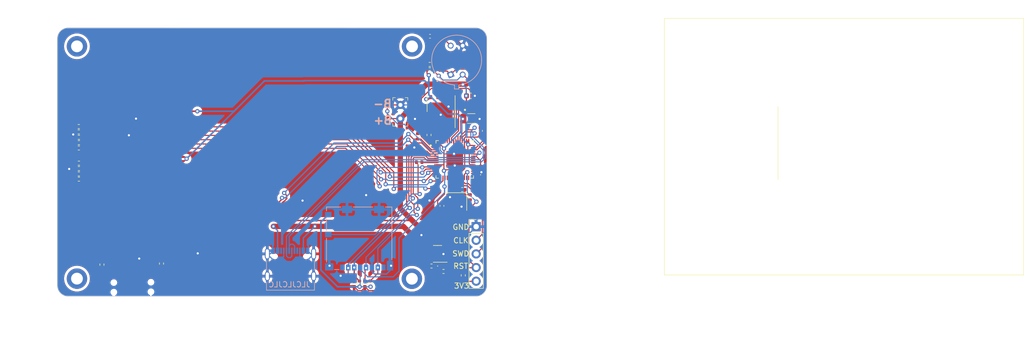
<source format=kicad_pcb>
(kicad_pcb (version 20221018) (generator pcbnew)
  (layers (0 "F.Cu" signal) (31 "B.Cu" signal) (34 "B.Paste" user) (35 "F.Paste" user) (36 "B.SilkS" user "B.Silkscreen") (37 "F.SilkS" user "F.Silkscreen") (38 "B.Mask" user) (39 "F.Mask" user) (44 "Edge.Cuts" user))
  (net 0 "")
  (net 1 "CAM_SDA")
  (net 2 "CAM_SCL")
  (net 3 "Net-(U2-VREG_VOUT)")
  (net 4 "Net-(D1-K)")
  (net 5 "SD_CSN")
  (net 6 "SD_CLK")
  (net 7 "LCD_RSTN")
  (net 8 "LCD_D{slash}C")
  (net 9 "Net-(D1-A)")
  (net 10 "Net-(D2-A)")
  (net 15 "Net-(J3-DET_B)")
  (net 19 "LCD_CSN")
  (net 21 "+5V")
  (net 22 "+3.3VA")
  (net 23 "Net-(C4-Pad1)")
  (net 24 "Net-(J4-Pin_5)")
  (net 25 "Net-(J4-Pin_6)")
  (net 26 "/XIN")
  (net 27 "/XOUT")
  (net 28 "/SWCLK")
  (net 29 "/SWD")
  (net 30 "/RUN")
  (net 31 "Net-(J4-Pin_7)")
  (net 32 "/USB_DP")
  (net 33 "/USB_DN")
  (net 34 "Net-(J4-Pin_8)")
  (net 35 "Net-(U4-PROG)")
  (net 39 "+BATT")
  (net 40 "-BATT")
  (net 41 "/DAC_0")
  (net 42 "/IO_1")
  (net 43 "/IO_2")
  (net 44 "SD_DI")
  (net 45 "SD_DO")
  (net 48 "Net-(R3-Pad2)")
  (net 49 "Net-(R7-Pad2)")
  (net 50 "/POWER_EN")
  (net 51 "QSPI_SS")
  (net 52 "QSPI_SD1")
  (net 53 "QSPI_SD2")
  (net 54 "QSPI_SD0")
  (net 55 "QSPI_SCLK")
  (net 56 "QSPI_SD3")
  (net 61 "TF_DETECT")
  (net 62 "LCD_SCK")
  (net 65 "LCD_DO")
  (net 66 "LCD_DI")
  (footprint "Resistor_SMD:R_0402_1005Metric" (layer "F.Cu") (at 91.335 94.375 180)
    (fp_text reference "R22" hide)
    (fp_text value "50k")
  )
  (footprint "Package_TO_SOT_SMD:TSOT-23-5" (layer "F.Cu") (at 158.18 118.09 180)
    (fp_text reference "U4" hide)
    (fp_text value "LTC4054ES5-4.2")
  )
  (footprint "Library:YD-3410" (layer "F.Cu") (at 97.75 124.3 90)
    (fp_text reference "SW2" hide)
    (fp_text value "SW_Push")
  )
  (footprint "Library:FPC 01x18 0.4mm" (layer "F.Cu") (at 110 107.225 180)
    (fp_text reference "J4" hide)
    (fp_text value "Conn_01x18")
  )
  (footprint "Resistor_SMD:R_0402_1005Metric" (layer "F.Cu") (at 106.75 119.9 -90)
    (fp_text reference "R3" hide)
    (fp_text value "1k")
  )
  (footprint "Package_SON:WSON-8-1EP_6x5mm_P1.27mm_EP3.4x4.3mm" (layer "F.Cu") (at 158.84 91.6 90)
    (fp_text reference "U1" hide)
    (fp_text value "W25Q32JVZP")
  )
  (footprint "Resistor_SMD:R_0402_1005Metric" (layer "F.Cu") (at 95.65 120.1 -90)
    (fp_text reference "R7" hide)
    (fp_text value "1k")
  )
  (footprint "MountingHole:MountingHole_2.2mm_M2_DIN965_Pad" (layer "F.Cu") (at 91 122.71)
    (fp_text reference "REF**" hide)
    (fp_text value "MountingHole_2.2mm_M2_DIN965_Pad")
  )
  (footprint "Resistor_SMD:R_0402_1005Metric" (layer "F.Cu") (at 91.335 95.375 180)
    (fp_text reference "R21" hide)
    (fp_text value "50k")
  )
  (footprint "Capacitor_SMD:C_0402_1005Metric" (layer "F.Cu") (at 164.25 107.55 -90)
    (fp_text reference "C4" hide)
    (fp_text value "7pf")
  )
  (footprint "Capacitor_SMD:C_0402_1005Metric_Pad0.74x0.62mm_HandSolder" (layer "F.Cu") (at 166.175 95.175 90)
    (fp_text reference "C6" hide)
    (fp_text value "100nF")
  )
  (footprint "Resistor_SMD:R_0402_1005Metric" (layer "F.Cu") (at 142.65 123.665 -90)
    (fp_text reference "R25" hide)
    (fp_text value "50k")
  )
  (footprint "Resistor_SMD:R_0402_1005Metric" (layer "F.Cu") (at 145.625 123.65 -90)
    (fp_text reference "R24" hide)
    (fp_text value "50k")
  )
  (footprint "Resistor_SMD:R_0402_1005Metric" (layer "F.Cu") (at 91.36 104.175)
    (fp_text reference "R15" hide)
    (fp_text value "1k")
  )
  (footprint "Resistor_SMD:R_0402_1005Metric" (layer "F.Cu") (at 154.75 101.025)
    (fp_text reference "R4" hide)
    (fp_text value "10k")
  )
  (footprint "digikey-footprints:PinHeader_1x2_P2.54mm" (layer "F.Cu") (at 151.24 92.89 90)
    (fp_text reference "BT1" hide)
    (fp_text value "Battery_Cell")
  )
  (footprint "Resistor_SMD:R_0402_1005Metric" (layer "F.Cu") (at 157.05 120.36)
    (fp_text reference "R8" hide)
    (fp_text value "2k 1%")
  )
  (footprint "Resistor_SMD:R_0402_1005Metric" (layer "F.Cu") (at 91.35 98.375 180)
    (fp_text reference "R19" hide)
    (fp_text value "50k")
  )
  (footprint "LED_SMD:LED_0402_1005Metric" (layer "F.Cu") (at 166.2 102.275 90)
    (fp_text reference "D2" hide)
    (fp_text value "LED")
  )
  (footprint "Resistor_SMD:R_0402_1005Metric" (layer "F.Cu") (at 148.8 90.05 -90)
    (fp_text reference "R6" hide)
    (fp_text value "1k")
  )
  (footprint "Capacitor_SMD:C_1206_3216Metric" (layer "F.Cu") (at 164.47 92.89 180)
    (fp_text reference "C2" hide)
    (fp_text value "100uf")
  )
  (footprint "Resistor_SMD:R_0402_1005Metric" (layer "F.Cu") (at 154.475 96.2 90)
    (fp_text reference "R10" hide)
    (fp_text value "1k")
  )
  (footprint "Resistor_SMD:R_0402_1005Metric" (layer "F.Cu") (at 148.825 93.1 -90)
    (fp_text reference "R5" hide)
    (fp_text value "1k")
  )
  (footprint "LED_SMD:LED_0402_1005Metric" (layer "F.Cu") (at 159.29 120.36)
    (fp_text reference "D1" hide)
    (fp_text value "LED")
  )
  (footprint "Crystal:Crystal_SMD_3225-4Pin_3.2x2.5mm" (layer "F.Cu") (at 161.62 108.35 180)
    (fp_text reference "Y1" hide)
    (fp_text value "Crystal_GND24")
  )
  (footprint "MountingHole:MountingHole_2.2mm_M2_DIN965_Pad" (layer "F.Cu") (at 153.43 79.44)
    (fp_text reference "REF**" hide)
    (fp_text value "MountingHole_2.2mm_M2_DIN965_Pad")
  )
  (footprint "Resistor_SMD:R_0402_1005Metric" (layer "F.Cu") (at 91.36 101.2)
    (fp_text reference "R12" hide)
    (fp_text value "1k")
  )
  (footprint "MountingHole:MountingHole_2.2mm_M2_DIN965_Pad" (layer "F.Cu") (at 91 79.43)
    (fp_text reference "REF**" hide)
    (fp_text value "MountingHole_2.2mm_M2_DIN965_Pad")
  )
  (footprint "Resistor_SMD:R_0402_1005Metric" (layer "F.Cu") (at 143.625 123.665 -90)
    (fp_text reference "R23" hide)
    (fp_text value "50k")
  )
  (footprint "Resistor_SMD:R_0402_1005Metric" (layer "F.Cu") (at 144.625 123.665 -90)
    (fp_text reference "R26" hide)
    (fp_text value "50k")
  )
  (footprint "Capacitor_SMD:C_0402_1005Metric" (layer "F.Cu") (at 159 109.15 90)
    (fp_text reference "C3" hide)
    (fp_text value "7pf")
  )
  (footprint "Resistor_SMD:R_0402_1005Metric" (layer "F.Cu") (at 91.35 103.2)
    (fp_text reference "R14" hide)
    (fp_text value "1k")
  )
  (footprint "Connector_PinHeader_2.54mm:PinHeader_1x05_P2.54mm_Vertical" (layer "F.Cu") (at 165.375 113.025)
    (fp_text reference "J1" hide)
    (fp_text value "Conn_01x05")
  )
  (footprint "Library:MIC5524-3.3YMT-T5" (layer "F.Cu") (at 164.46 90.63)
    (fp_text reference "U3")
    (fp_text value "MIC5524-3.3YMT-T5")
  )
  (footprint "Resistor_SMD:R_0402_1005Metric" (layer "F.Cu") (at 156.725 82.8 180)
    (fp_text reference "R17" hide)
    (fp_text value "50k")
  )
  (footprint "Resistor_SMD:R_0402_1005Metric" (layer "F.Cu") (at 162.775 106.125 180)
    (fp_text reference "R1" hide)
    (fp_text value "1k")
  )
  (footprint "Resistor_SMD:R_0402_1005Metric" (layer "F.Cu") (at 159.29 121.37)
    (fp_text reference "R9" hide)
    (fp_text value "1k")
  )
  (footprint "MountingHole:MountingHole_2.2mm_M2_DIN965_Pad" (layer "F.Cu") (at 153.4 122.73)
    (fp_text reference "REF**" hide)
    (fp_text value "MountingHole_2.2mm_M2_DIN965_Pad")
  )
  (footprint "Resistor_SMD:R_0402_1005Metric" (layer "F.Cu") (at 162.97 122.1 -90)
    (fp_text reference "R2" hide)
    (fp_text value "1k")
  )
  (footprint "Library:RP2040-QFN56" (layer "F.Cu") (at 161.3 100.54)
    (fp_text reference "U2")
    (fp_text value "RP2040")
  )
  (footprint "Resistor_SMD:R_0402_1005Metric" (layer "F.Cu") (at 91.36 97.375 180)
    (fp_text reference "R18" hide)
    (fp_text value "50k")
  )
  (footprint "Resistor_SMD:R_0402_1005Metric" (layer "F.Cu") (at 156.725 83.8 180)
    (fp_text reference "R16" hide)
    (fp_text value "50k")
  )
  (footprint "Resistor_SMD:R_0402_1005Metric" (layer "F.Cu") (at 91.36 102.2)
    (fp_text reference "R13" hide)
    (fp_text value "1k")
  )
  (footprint "Resistor_SMD:R_0402_1005Metric" (layer "F.Cu") (at 91.36 96.375 180)
    (fp_text reference "R20" hide)
    (fp_text value "50k")
  )
  (footprint "Resistor_SMD:R_0402_1005Metric" (layer "F.Cu") (at 156.59 95.94 90)
    (fp_text reference "R11" hide)
    (fp_text value "NC")
  )
  (footprint "Library:YD-3410" (layer "F.Cu") (at 104.9 124.3 -90)
    (fp_text reference "SW1" hide)
    (fp_text value "SW_Push")
  )
  (footprint "Capacitor_SMD:C_0402_1005Metric" (layer "F.Cu") (at 156.775 77.55)
    (fp_text reference "C5" hide)
    (fp_text value "7pf")
  )
  (footprint "Capacitor_SMD:C_0603_1608Metric" (layer "F.Cu") (at 164.35 88.65 180)
    (fp_text reference "C1" hide)
    (fp_text value "22uf")
  )
  (footprint "Connector_Card:microSD_HC_Molex_104031-0811" (layer "B.Cu") (at 143.56 115.19)
    (fp_text reference "J3" hide)
    (fp_text value "Micro_SD_Card_Det")
  )
  (footprint "Connector_USB:USB_C_Receptacle_Palconn_UTC16-G" (layer "B.Cu") (at 130.78 120.02 180)
    (fp_text reference "J2" hide)
    (fp_text value "USB_INTER_CONNECT_HOST")
  )
  (footprint "Library:TO292P930H600-4" (layer "B.Cu") (at 161.74 82 22.5)
    (fp_text reference "A1" hide)
    (fp_text value "MLX90640ESF-BAA-000-TU")
  )
  (gr_rect (start 200.45 74.225) (end 267.4 122.025) (stroke (width 0.1)) (fill none) (layer "F.SilkS"))
  (gr_line (start 221.61 90.665) (end 221.61 104.265) (stroke (width 0.1)) (layer "F.SilkS"))
  (gr_arc (start 165.365 75.997107) (mid 166.779214 76.582893) (end 167.365 77.997107) (stroke (width 0.1)) (layer "Edge.Cuts"))
  (gr_line (start 89.355 125.992893) (end 165.355 125.992893) (stroke (width 0.1)) (layer "Edge.Cuts"))
  (gr_line (start 89.355001 75.982894) (end 165.365 75.997107) (stroke (width 0.1)) (layer "Edge.Cuts"))
  (gr_arc (start 89.355 125.992893) (mid 87.951351 125.417689) (end 87.355 124.022893) (stroke (width 0.1)) (layer "Edge.Cuts"))
  (gr_arc (start 167.355 123.992893) (mid 166.769214 125.407107) (end 165.355 125.992893) (stroke (width 0.1)) (layer "Edge.Cuts"))
  (gr_line (start 167.365 77.997107) (end 167.355 123.992893) (stroke (width 0.1)) (layer "Edge.Cuts"))
  (gr_arc (start 87.355001 77.982894) (mid 87.940787 76.56868) (end 89.355001 75.982894) (stroke (width 0.1)) (layer "Edge.Cuts"))
  (gr_line (start 87.355001 77.982894) (end 87.355 124.022893) (stroke (width 0.1)) (layer "Edge.Cuts"))
  (gr_text "B-" (at 147.925 90.15) (layer "B.SilkS") (effects (font (size 1.5 1.5) (thickness 0.3)) (justify mirror)))
  (gr_text "JLCJLCJLC" (at 130.575 123.8) (layer "B.SilkS") (effects (font (size 1 1)) (justify mirror)))
  (gr_text "B+" (at 147.975 93.225) (layer "B.SilkS") (effects (font (size 1.5 1.5) (thickness 0.3)) (justify mirror)))
  (gr_text "RST" (at 162.5 120.375) (layer "F.SilkS") (effects (font (size 1 1))))
  (gr_text "GND\n" (at 162.525 113.1) (layer "F.SilkS") (effects (font (size 1 1))))
  (gr_text "SWD" (at 162.5 118.05) (layer "F.SilkS") (effects (font (size 1 1))))
  (gr_text "3V3" (at 162.65 124.05) (layer "F.SilkS") (effects (font (size 1 1))))
  (gr_text "CLK" (at 162.525 115.6) (layer "F.SilkS") (effects (font (size 1 1))))
  (segment (start 167.22 97.018435) (end 167.22 87.47) (width 0.2) (layer "F.Cu") (net 1))
  (segment (start 165.539435 98.699) (end 167.22 97.018435) (width 0.2) (layer "F.Cu") (net 1))
  (segment (start 157.235 82.8) (end 158.49975 84.06475) (width 0.2) (layer "F.Cu") (net 1))
  (segment (start 159.989589 84.06475) (end 160.622565 84.697726) (width 0.2) (layer "F.Cu") (net 1))
  (segment (start 163.425 83.675) (end 161.645291 83.675) (width 0.2) (layer "F.Cu") (net 1))
  (segment (start 158.49975 84.06475) (end 159.989589 84.06475) (width 0.2) (layer "F.Cu") (net 1))
  (segment (start 167.22 87.47) (end 163.425 83.675) (width 0.2) (layer "F.Cu") (net 1))
  (segment (start 164.821 98.699) (end 165.539435 98.699) (width 0.2) (layer "F.Cu") (net 1))
  (segment (start 161.645291 83.675) (end 160.622565 84.697726) (width 0.2) (layer "F.Cu") (net 1))
  (segment (start 163.15137 84.92) (end 166.82 88.58863) (width 0.2) (layer "F.Cu") (net 2))
  (segment (start 157.235 83.8) (end 158.4 84.925) (width 0.2) (layer "F.Cu") (net 2))
  (segment (start 166.82 96.852749) (end 165.373749 98.299) (width 0.2) (layer "F.Cu") (net 2))
  (segment (start 166.82 88.58863) (end 166.82 96.852749) (width 0.2) (layer "F.Cu") (net 2))
  (segment (start 165.373749 98.299) (end 164.821 98.299) (width 0.2) (layer "F.Cu") (net 2))
  (via (at 158.4 84.925) (size 0.8) (drill 0.4) (layers "F.Cu" "B.Cu") (net 2))
  (segment (start 161.838828 85.716336) (end 159.191336 85.716336) (width 0.2) (layer "B.Cu") (net 2))
  (segment (start 162.857436 84.697728) (end 161.838828 85.716336) (width 0.2) (layer "B.Cu") (net 2))
  (segment (start 159.191336 85.716336) (end 158.4 84.925) (width 0.2) (layer "B.Cu") (net 2))
  (segment (start 165.6235 96.344) (end 166.225 95.7425) (width 0.2) (layer "F.Cu") (net 3))
  (segment (start 163.236 102.2015) (end 162.6625 102.775) (width 0.2) (layer "F.Cu") (net 3))
  (segment (start 163.186 98.164) (end 162.701 98.649) (width 0.2) (layer "F.Cu") (net 3))
  (segment (start 162.6625 102.775) (end 162.275 102.775) (width 0.2) (layer "F.Cu") (net 3))
  (segment (start 163.373452 96.344) (end 165.6235 96.344) (width 0.2) (layer "F.Cu") (net 3))
  (segment (start 161.674 98.649) (end 161.186 98.161) (width 0.2) (layer "F.Cu") (net 3))
  (segment (start 162.275 102.775) (end 161.986 103.064) (width 0.2) (layer "F.Cu") (net 3))
  (segment (start 161.186 98.161) (end 161.186 97.064) (width 0.2) (layer "F.Cu") (net 3))
  (segment (start 162.701 98.649) (end 161.674 98.649) (width 0.2) (layer "F.Cu") (net 3))
  (segment (start 163.186 97.064) (end 163.186 96.531452) (width 0.2) (layer "F.Cu") (net 3))
  (segment (start 163.236 98.114) (end 163.236 102.2015) (width 0.2) (layer "F.Cu") (net 3))
  (segment (start 163.186 97.064) (end 163.186 98.164) (width 0.2) (layer "F.Cu") (net 3))
  (segment (start 161.986 103.064) (end 161.986 103.934) (width 0.2) (layer "F.Cu") (net 3))
  (segment (start 163.186 96.531452) (end 163.373452 96.344) (width 0.2) (layer "F.Cu") (net 3))
  (segment (start 158.805 119.5525) (end 158.805 120.36) (width 0.25) (layer "F.Cu") (net 4))
  (segment (start 159.3175 119.04) (end 158.805 119.5525) (width 0.25) (layer "F.Cu") (net 4))
  (segment (start 153.25 107.425) (end 153.575 107.75) (width 0.2) (layer "F.Cu") (net 5))
  (segment (start 142.65 123.155) (end 141.525 122.03) (width 0.2) (layer "F.Cu") (net 5))
  (segment (start 157.951 100.299) (end 156.395574 100.299) (width 0.2) (layer "F.Cu") (net 5))
  (segment (start 155.871573 99.775) (end 153.606372 99.775) (width 0.2) (layer "F.Cu") (net 5))
  (segment (start 153.25 100.131372) (end 153.25 107.425) (width 0.2) (layer "F.Cu") (net 5))
  (segment (start 156.395574 100.299) (end 155.871573 99.775) (width 0.2) (layer "F.Cu") (net 5))
  (segment (start 153.606372 99.775) (end 153.25 100.131372) (width 0.2) (layer "F.Cu") (net 5))
  (segment (start 141.525 122.03) (end 141.525 120.725) (width 0.2) (layer "F.Cu") (net 5))
  (via (at 141.525 120.725) (size 0.8) (drill 0.4) (layers "F.Cu" "B.Cu") (net 5))
  (via (at 153.575 107.75) (size 0.8) (drill 0.4) (layers "F.Cu" "B.Cu") (net 5))
  (segment (start 153.575 107.984314) (end 153.575 107.75) (width 0.2) (layer "B.Cu") (net 5))
  (segment (start 141.525 120.725) (end 141.525 120.034314) (width 0.2) (layer "B.Cu") (net 5))
  (segment (start 141.525 120.034314) (end 153.575 107.984314) (width 0.2) (layer "B.Cu") (net 5))
  (segment (start 156.229889 100.699) (end 157.951 100.699) (width 0.2) (layer "F.Cu") (net 6))
  (segment (start 153.65 106.83505) (end 153.65 100.297058) (width 0.2) (layer "F.Cu") (net 6))
  (segment (start 153.65 100.297058) (end 153.772058 100.175) (width 0.2) (layer "F.Cu") (net 6))
  (segment (start 144.675 120.9) (end 144.85 120.725) (width 0.2) (layer "F.Cu") (net 6))
  (segment (start 154.4995 109.698595) (end 154.4995 107.68455) (width 0.2) (layer "F.Cu") (net 6))
  (segment (start 155.705888 100.175) (end 156.229889 100.699) (width 0.2) (layer "F.Cu") (net 6))
  (segment (start 153.772058 100.175) (end 155.705888 100.175) (width 0.2) (layer "F.Cu") (net 6))
  (segment (start 154.4995 107.68455) (end 153.65 106.83505) (width 0.2) (layer "F.Cu") (net 6))
  (segment (start 144.675 123.105) (end 144.675 120.9) (width 0.2) (layer "F.Cu") (net 6))
  (via (at 144.85 120.725) (size 0.8) (drill 0.4) (layers "F.Cu" "B.Cu") (net 6))
  (via (at 154.4995 109.698595) (size 0.8) (drill 0.4) (layers "F.Cu" "B.Cu") (net 6))
  (segment (start 144.855 118.72) (end 144.855 120.64) (width 0.2) (layer "B.Cu") (net 6))
  (segment (start 153.876405 109.698595) (end 144.855 118.72) (width 0.2) (layer "B.Cu") (net 6))
  (segment (start 154.4995 109.698595) (end 153.876405 109.698595) (width 0.2) (layer "B.Cu") (net 6))
  (segment (start 157.728048 105.9245) (end 159.186 104.466548) (width 0.2) (layer "F.Cu") (net 7))
  (segment (start 150.025 102.825) (end 141.625 94.425) (width 0.2) (layer "F.Cu") (net 7))
  (segment (start 141.625 94.425) (end 110 94.425) (width 0.2) (layer "F.Cu") (net 7))
  (segment (start 150.025 106) (end 150.025 102.825) (width 0.2) (layer "F.Cu") (net 7))
  (segment (start 110 94.425) (end 91.895 94.425) (width 0.2) (layer "F.Cu") (net 7))
  (segment (start 159.186 104.466548) (end 159.186 103.934) (width 0.2) (layer "F.Cu") (net 7))
  (segment (start 155.9245 105.9245) (end 157.728048 105.9245) (width 0.2) (layer "F.Cu") (net 7))
  (via (at 155.9245 105.9245) (size 0.8) (drill 0.4) (layers "F.Cu" "B.Cu") (net 7))
  (via (at 150.025 106) (size 0.8) (drill 0.4) (layers "F.Cu" "B.Cu") (net 7))
  (segment (start 150.4 105.625) (end 155.625 105.625) (width 0.2) (layer "B.Cu") (net 7))
  (segment (start 155.625 105.625) (end 155.9245 105.9245) (width 0.2) (layer "B.Cu") (net 7))
  (segment (start 150.025 106) (end 150.4 105.625) (width 0.2) (layer "B.Cu") (net 7))
  (segment (start 148.525 102.85) (end 148.525 105.1) (width 0.2) (layer "F.Cu") (net 8))
  (segment (start 110 96.025) (end 141.7 96.025) (width 0.2) (layer "F.Cu") (net 8))
  (segment (start 156.879511 104.529511) (end 158.190489 104.529511) (width 0.2) (layer "F.Cu") (net 8))
  (segment (start 141.7 96.025) (end 148.525 102.85) (width 0.2) (layer "F.Cu") (net 8))
  (segment (start 158.190489 104.529511) (end 158.786 103.934) (width 0.2) (layer "F.Cu") (net 8))
  (via (at 156.879511 104.529511) (size 0.8) (drill 0.4) (layers "F.Cu" "B.Cu") (net 8))
  (via (at 148.513713 105.117985) (size 0.8) (drill 0.4) (layers "F.Cu" "B.Cu") (net 8))
  (segment (start 156.184022 105.225) (end 156.879511 104.529511) (width 0.2) (layer "B.Cu") (net 8))
  (segment (start 148.683935 105.117985) (end 148.79095 105.225) (width 0.2) (layer "B.Cu") (net 8))
  (segment (start 148.79095 105.225) (end 156.184022 105.225) (width 0.2) (layer "B.Cu") (net 8))
  (segment (start 148.513713 105.117985) (end 148.683935 105.117985) (width 0.2) (layer "B.Cu") (net 8))
  (segment (start 159.775 120.36) (end 159.775 121.345) (width 0.25) (layer "F.Cu") (net 9))
  (segment (start 165.361749 99.899) (end 166.2 100.737251) (width 0.2) (layer "F.Cu") (net 10))
  (segment (start 165.361749 99.899) (end 164.821 99.899) (width 0.2) (layer "F.Cu") (net 10))
  (segment (start 166.2 100.737251) (end 166.2 101.79) (width 0.2) (layer "F.Cu") (net 10))
  (segment (start 154.55 101.385) (end 154.24 101.075) (width 0.2) (layer "F.Cu") (net 15))
  (segment (start 154.55 106.65) (end 154.55 101.385) (width 0.2) (layer "F.Cu") (net 15))
  (segment (start 154.85 106.95) (end 154.55 106.65) (width 0.2) (layer "F.Cu") (net 15))
  (via (at 154.85 106.95) (size 0.8) (drill 0.4) (layers "F.Cu" "B.Cu") (net 15))
  (segment (start 153.38505 106.95) (end 152.875 107.46005) (width 0.2) (layer "B.Cu") (net 15))
  (segment (start 146.503628 114.49) (end 137.82 114.49) (width 0.2) (layer "B.Cu") (net 15))
  (segment (start 152.875 108.118628) (end 146.503628 114.49) (width 0.2) (layer "B.Cu") (net 15))
  (segment (start 154.85 106.95) (end 153.38505 106.95) (width 0.2) (layer "B.Cu") (net 15))
  (segment (start 152.875 107.46005) (end 152.875 108.118628) (width 0.2) (layer "B.Cu") (net 15))
  (segment (start 92.32 96.825) (end 91.87 96.375) (width 0.2) (layer "F.Cu") (net 19))
  (segment (start 155.623597 102.688968) (end 155.633162 102.688968) (width 0.2) (layer "F.Cu") (net 19))
  (segment (start 156.02313 102.299) (end 157.951 102.299) (width 0.2) (layer "F.Cu") (net 19))
  (segment (start 110 96.825) (end 92.32 96.825) (width 0.2) (layer "F.Cu") (net 19))
  (segment (start 110 96.825) (end 141.575 96.825) (width 0.2) (layer "F.Cu") (net 19))
  (segment (start 141.575 96.825) (end 147.625 102.875) (width 0.2) (layer "F.Cu") (net 19))
  (segment (start 155.324274 102.988291) (end 155.623597 102.688968) (width 0.2) (layer "F.Cu") (net 19))
  (segment (start 155.633162 102.688968) (end 156.02313 102.299) (width 0.2) (layer "F.Cu") (net 19))
  (via (at 155.324274 102.988291) (size 0.8) (drill 0.4) (layers "F.Cu" "B.Cu") (net 19))
  (via (at 147.593741 102.907985) (size 0.8) (drill 0.4) (layers "F.Cu" "B.Cu") (net 19))
  (segment (start 147.674047 102.988291) (end 155.324274 102.988291) (width 0.2) (layer "B.Cu") (net 19))
  (segment (start 147.593741 102.907985) (end 147.674047 102.988291) (width 0.2) (layer "B.Cu") (net 19))
  (segment (start 158.155 118.2525) (end 157.0425 117.14) (width 0.25) (layer "F.Cu") (net 21))
  (segment (start 127.6 112.975) (end 135.325 112.975) (width 1) (layer "F.Cu") (net 21))
  (segment (start 158.78 121.37) (end 158.155 120.745) (width 0.25) (layer "F.Cu") (net 21))
  (segment (start 135.325 112.975) (end 151.8 112.975) (width 1) (layer "F.Cu") (net 21))
  (segment (start 158.155 120.745) (end 158.155 118.2525) (width 0.25) (layer "F.Cu") (net 21))
  (segment (start 151.8 112.975) (end 155.965 117.14) (width 1) (layer "F.Cu") (net 21))
  (segment (start 155.965 117.14) (end 157.0425 117.14) (width 1) (layer "F.Cu") (net 21))
  (via (at 127.6 112.975) (size 0.8) (drill 0.4) (layers "F.Cu" "B.Cu") (net 21))
  (via (at 135.325 112.975) (size 0.8) (drill 0.4) (layers "F.Cu" "B.Cu") (net 21))
  (segment (start 133.18 115.12) (end 135.325 112.975) (width 0.25) (layer "B.Cu") (net 21))
  (segment (start 128.38 113.755) (end 128.38 117.51) (width 0.25) (layer "B.Cu") (net 21))
  (segment (start 133.18 117.51) (end 133.18 115.12) (width 0.25) (layer "B.Cu") (net 21))
  (segment (start 127.6 112.975) (end 128.38 113.755) (width 0.25) (layer "B.Cu") (net 21))
  (segment (start 162.3 114.4) (end 158.2 110.3) (width 0.2) (layer "F.Cu") (net 22))
  (segment (start 159.375 101.499) (end 157.951 101.499) (width 0.2) (layer "F.Cu") (net 22))
  (segment (start 89.525 94.525) (end 88.85 95.2) (width 0.2) (layer "F.Cu") (net 22))
  (segment (start 156.56 89.275) (end 156.935 88.9) (width 0.2) (layer "F.Cu") (net 22))
  (segment (start 159.375 101.95) (end 159.375 101.075) (width 0.2) (layer "F.Cu") (net 22))
  (segment (start 88.85 96.3) (end 88.85 97.25) (width 0.2) (layer "F.Cu") (net 22))
  (segment (start 88.85 113.2) (end 88.85 96.3) (width 0.2) (layer "F.Cu") (net 22))
  (segment (start 162.495 95.352056) (end 161.986 95.861057) (width 0.2) (layer "F.Cu") (net 22))
  (segment (start 156.295 77.55) (end 156.295 83.72) (width 0.2) (layer "F.Cu") (net 22))
  (segment (start 159.375 102.613532) (end 159.375 101.95) (width 0.2) (layer "F.Cu") (net 22))
  (segment (start 163.8855 97.726088) (end 163.8855 97.1605) (width 0.2) (layer "F.Cu") (net 22))
  (segment (start 161.586 102.661) (end 161.35 102.425) (width 0.2) (layer "F.Cu") (net 22))
  (segment (start 156.215 83.8) (end 156.215 84.465) (width 0.2) (layer "F.Cu") (net 22))
  (segment (start 159.470292 78.15) (end 160.622564 79.302272) (width 0.2) (layer "F.Cu") (net 22))
  (segment (start 164.101 99.426) (end 163.825 99.15) (width 0.2) (layer "F.Cu") (net 22))
  (segment (start 163.825 99.15) (end 163.825 97.925) (width 0.2) (layer "F.Cu") (net 22))
  (segment (start 113.425 91.525) (end 92.525 91.525) (width 0.3) (layer "F.Cu") (net 22))
  (segment (start 156.905 78.16) (end 157.577254 78.16) (width 0.2) (layer "F.Cu") (net 22))
  (segment (start 163.876 99.099) (end 163.825 99.15) (width 0.2) (layer "F.Cu") (net 22))
  (segment (start 161.986 95.861057) (end 161.986 97.064) (width 0.2) (layer "F.Cu") (net 22))
  (segment (start 156.215 84.465) (end 156.55 84.8) (width 0.2) (layer "F.Cu") (net 22))
  (segment (start 90.84 98.375) (end 90.84 97.385) (width 0.2) (layer "F.Cu") (net 22))
  (segment (start 164.821 97.899) (end 163.851 97.899) (width 0.2) (layer "F.Cu") (net 22))
  (segment (start 162.97 122.61) (end 162.3 121.94) (width 0.2) (layer "F.Cu") (net 22))
  (segment (start 89.975 98.375) (end 88.85 97.25) (width 0.2) (layer "F.Cu") (net 22))
  (segment (start 157.587254 78.15) (end 159.470292 78.15) (width 0.2) (layer "F.Cu") (net 22))
  (segment (start 163.586 97.064) (end 163.789 97.064) (width 0.2) (layer "F.Cu") (net 22))
  (segment (start 89.675 94.375) (end 89.525 94.525) (width 0.2) (layer "F.Cu") (net 22))
  (segment (start 88.85 95.2) (end 88.85 96.3) (width 0.2) (layer "F.Cu") (net 22))
  (segment (start 162.495 93.355) (end 162.495 95.352056) (width 0.2) (layer "F.Cu") (net 22))
  (segment (start 164.821 99.099) (end 163.876 99.099) (width 0.2) (layer "F.Cu") (net 22))
  (segment (start 162.995 92.89) (end 162.995 91.943) (width 0.3) (layer "F.Cu") (net 22))
  (segment (start 90.825 94.375) (end 89.675 94.375) (width 0.2) (layer "F.Cu") (net 22))
  (segment (start 161.586 97.064) (end 161.986 97.064) (width 0.2) (layer "F.Cu") (net 22))
  (segment (start 156.075 89.275) (end 156.56 89.275) (width 0.2) (layer "F.Cu") (net 22))
  (segment (start 159.475 106.95) (end 159.475 105.55) (width 0.2) (layer "F.Cu") (net 22))
  (segment (start 111.075 100.025) (end 111.425 100.375) (width 0.2) (layer "F.Cu") (net 22))
  (segment (start 158.2 110.3) (end 158.2 108.225) (width 0.2) (layer "F.Cu") (net 22))
  (segment (start 157.951 97.899) (end 158.899 97.899) (width 0.2) (layer "F.Cu") (net 22))
  (segment (start 159.375 98.375) (end 159.375 98.5) (width 0.2) (layer "F.Cu") (net 22))
  (segment (start 161.35 102.425) (end 159.575 102.425) (width 0.2) (layer "F.Cu") (net 22))
  (segment (start 163.575 123.215) (end 162.97 122.61) (width 0.2) (layer "F.Cu") (net 22))
  (segment (start 95.65 119.59) (end 95.24 119.59) (width 0.2) (layer "F.Cu") (net 22))
  (segment (start 163.851 97.899) (end 163.825 97.925) (width 0.2) (layer "F.Cu") (net 22))
  (segment (start 159.375 102.225) (end 159.375 101.95) (width 0.2) (layer "F.Cu") (net 22))
  (segment (start 163.825 97.925) (end 163.825 97.1) (width 0.2) (layer "F.Cu") (net 22))
  (segment (start 156.215 82.8) (end 156.215 83.8) (width 0.2) (layer "F.Cu") (net 22))
  (segment (start 159.375 101.075) (end 159.375 101.499) (width 0.2) (layer "F.Cu") (net 22))
  (segment (start 164.280251 101.499) (end 164.101 101.319749) (width 0.2) (layer "F.Cu") (net 22))
  (segment (start 165.55 123.215) (end 163.575 123.215) (width 0.2) (layer "F.Cu") (net 22))
  (segment (start 163.8855 97.1605) (end 163.825 97.1) (width 0.2) (layer "F.Cu") (net 22))
  (segment (start 162.995 91.943) (end 163.953307 90.984693) (width 0.3) (layer "F.Cu") (net 22))
  (segment (start 164.821 101.499) (end 164.280251 101.499) (width 0.2) (layer "F.Cu") (net 22))
  (segment (start 162.9 92.95) (end 162.495 93.355) (width 0.2) (layer "F.Cu") (net 22))
  (segment (start 95.24 119.59) (end 88.85 113.2) (width 0.2) (layer "F.Cu") (net 22))
  (segment (start 90.84 98.375) (end 89.975 98.375) (width 0.2) (layer "F.Cu") (net 22))
  (segment (start 163.825 97.1) (end 163.789 97.064) (width 0.2) (layer "F.Cu") (net 22))
  (segment (start 159.575 102.425) (end 159.375 102.225) (width 0.2) (layer "F.Cu") (net 22))
  (segment (start 156.295 77.55) (end 156.905 78.16) (width 0.2) (layer "F.Cu") (net 22))
  (segment (start 110 100.025) (end 111.075 100.025) (width 0.2) (layer "F.Cu") (net 22))
  (segment (start 158.899 97.899) (end 159.375 98.375) (width 0.2) (layer "F.Cu") (net 22))
  (segment (start 158.2 108.225) (end 159.475 106.95) (width 0.2) (layer "F.Cu") (net 22))
  (segment (start 162.3 121.94) (end 162.3 114.4) (width 0.2) (layer "F.Cu") (net 22))
  (segment (start 161.586 103.934) (end 161.586 102.661) (width 0.2) (layer "F.Cu") (net 22))
  (segment (start 110.975 100.825) (end 111.425 100.375) (width 0.2) (layer "F.Cu") (net 22))
  (segment (start 157.577254 78.16) (end 157.587254 78.15) (width 0.2) (layer "F.Cu") (net 22))
  (segment (start 163.789 97.064) (end 163.986 97.064) (width 0.2) (layer "F.Cu") (net 22))
  (segment (start 92.525 91.525) (end 89.525 94.525) (width 0.3) (layer "F.Cu") (net 22))
  (segment (start 164.101 101.319749) (end 164.101 99.426) (width 0.2) (layer "F.Cu") (net 22))
  (segment (start 159.375 98.5) (end 159.375 101.075) (width 0.2) (layer "F.Cu") (net 22))
  (segment (start 110 100.825) (end 110.975 100.825) (width 0.2) (layer "F.Cu") (net 22))
  (via (at 163.8855 97.726088) (size 0.8) (drill 0.4) (layers "F.Cu" "B.Cu") (net 22))
  (via (at 113.425 91.525) (size 0.8) (drill 0.4) (layers "F.Cu" "B.Cu") (net 22))
  (via (at 159.375 102.613532) (size 0.8) (drill 0.4) (layers "F.Cu" "B.Cu") (net 22))
  (via (at 145.7 124.225) (size 0.8) (drill 0.4) (layers "F.Cu" "B.Cu") (net 22))
  (via (at 156.55 84.8) (size 0.8) (drill 0.4) (layers "F.Cu" "B.Cu") (net 22))
  (via (at 111.425 100.375) (size 0.8) (drill 0.4) (layers "F.Cu" "B.Cu") (net 22))
  (via (at 162.9 92.95) (size 0.8) (drill 0.4) (layers "F.Cu" "B.Cu") (net 22))
  (via (at 159.475 105.55) (size 0.8) (drill 0.4) (layers "F.Cu" "B.Cu") (net 22))
  (via (at 156.075 89.275) (size 0.8) (drill 0.4) (layers "F.Cu" "B.Cu") (net 22))
  (via (at 143.65 124.225) (size 0.8) (drill 0.4) (layers "F.Cu" "B.Cu") (net 22))
  (via (at 159.375 98.5) (size 0.8) (drill 0.4) (layers "F.Cu" "B.Cu") (net 22))
  (segment (start 161.9875 92.0375) (end 162.9 92.95) (width 0.3) (layer "B.Cu") (net 22))
  (segment (start 113.425 91.525) (end 120.275 91.525) (width 0.3) (layer "B.Cu") (net 22))
  (segment (start 159.5 106.65) (end 159.5 102.738532) (width 0.2) (layer "B.Cu") (net 22))
  (segment (start 162.675 94.375) (end 162.675 96.515588) (width 0.3) (layer "B.Cu") (net 22))
  (segment (start 149.925 122.375) (end 151 121.3) (width 0.2) (layer "B.Cu") (net 22))
  (segment (start 120.775 91.025) (end 111.425 100.375) (width 0.3) (layer "B.Cu") (net 22))
  (segment (start 156.325 89.275) (end 156.85 88.75) (width 0.2) (layer "B.Cu") (net 22))
  (segment (start 159.5 102.738532) (end 159.375 102.613532) (width 0.2) (layer "B.Cu") (net 22))
  (segment (start 162.675 92.725) (end 162.675 94.375) (width 0.3) (layer "B.Cu") (net 22))
  (segment (start 125.925 85.875) (end 133.25 85.875) (width 0.3) (layer "B.Cu") (net 22))
  (segment (start 136.45 112.16) (end 136.45 121.12) (width 0.3) (layer "B.Cu") (net 22))
  (segment (start 156.55 86.575) (end 156.55 84.8) (width 0.3) (layer "B.Cu") (net 22))
  (segment (start 145.175 122.375) (end 149.925 122.375) (width 0.2) (layer "B.Cu") (net 22))
  (segment (start 143.755 120.64) (end 143.755 124.12) (width 0.2) (layer "B.Cu") (net 22))
  (segment (start 145.7 124.225) (end 143.65 124.225) (width 0.2) (layer "B.Cu") (net 22))
  (segment (start 151 121.3) (end 151 115.15) (width 0.2) (layer "B.Cu") (net 22))
  (segment (start 120.775 91.025) (end 125.925 85.875) (width 0.3) (layer "B.Cu") (net 22))
  (segment (start 133.3 85.825) (end 155.775 85.825) (width 0.3) (layer "B.Cu") (net 22))
  (segment (start 160.1375 92.0375) (end 161.9875 92.0375) (width 0.3) (layer "B.Cu") (net 22))
  (segment (start 162.675 96.515588) (end 163.8855 97.726088) (width 0.3) (layer "B.Cu") (net 22))
  (segment (start 155.775 85.825) (end 156.5375 86.5875) (width 0.3) (layer "B.Cu") (net 22))
  (segment (start 143.755 124.12) (end 143.65 124.225) (width 0.2) (layer "B.Cu") (net 22))
  (segment (start 156.85 88.75) (end 160.1375 92.0375) (width 0.3) (layer "B.Cu") (net 22))
  (segment (start 120.275 91.525) (end 120.775 91.025) (width 0.3) (layer "B.Cu") (net 22))
  (segment (start 156.5375 88.4375) (end 156.85 88.75) (width 0.3) (layer "B.Cu") (net 22))
  (segment (start 133.25 85.875) (end 133.3 85.825) (width 0.3) (layer "B.Cu") (net 22))
  (segment (start 162.675 95.2) (end 159.375 98.5) (width 0.3) (layer "B.Cu") (net 22))
  (segment (start 143.755 120.955) (end 145.175 122.375) (width 0.2) (layer "B.Cu") (net 22))
  (segment (start 137.82 110.79) (end 136.45 112.16) (width 0.3) (layer "B.Cu") (net 22))
  (segment (start 151 115.15) (end 159.5 106.65) (width 0.2) (layer "B.Cu") (net 22))
  (segment (start 139.555 124.225) (end 143.65 124.225) (width 0.3) (layer "B.Cu") (net 22))
  (segment (start 156.075 89.275) (end 156.325 89.275) (width 0.2) (layer "B.Cu") (net 22))
  (segment (start 136.45 121.12) (end 139.555 124.225) (width 0.3) (layer "B.Cu") (net 22))
  (segment (start 156.5375 86.5875) (end 156.55 86.575) (width 0.3) (layer "B.Cu") (net 22))
  (segment (start 162.675 94.375) (end 162.675 95.2) (width 0.3) (layer "B.Cu") (net 22))
  (segment (start 161.9875 92.0375) (end 162.675 92.725) (width 0.3) (layer "B.Cu") (net 22))
  (segment (start 156.5375 86.5875) (end 156.5375 88.4375) (width 0.3) (layer "B.Cu") (net 22))
  (segment (start 163.285 106.935) (end 162.72 107.5) (width 0.2) (layer "F.Cu") (net 23))
  (segment (start 163.285 106.125) (end 163.285 106.935) (width 0.2) (layer "F.Cu") (net 23))
  (segment (start 164.25 107.07) (end 163.15 107.07) (width 0.2) (layer "F.Cu") (net 23))
  (segment (start 92.02 104.025) (end 110 104.025) (width 0.2) (layer "F.Cu") (net 24))
  (segment (start 110 103.225) (end 91.885 103.225) (width 0.2) (layer "F.Cu") (net 25))
  (segment (start 161.65 106.725) (end 161.65 108.25) (width 0.2) (layer "F.Cu") (net 26))
  (segment (start 160.786 103.934) (end 160.786 105.861) (width 0.2) (layer "F.Cu") (net 26))
  (segment (start 161.65 108.25) (end 160.7 109.2) (width 0.2) (layer "F.Cu") (net 26))
  (segment (start 159 109.63) (end 160.09 109.63) (width 0.2) (layer "F.Cu") (net 26))
  (segment (start 160.786 105.861) (end 161.65 106.725) (width 0.2) (layer "F.Cu") (net 26))
  (segment (start 161.186 103.934) (end 161.186 105.046) (width 0.2) (layer "F.Cu") (net 27))
  (segment (start 161.186 105.046) (end 162.265 106.125) (width 0.2) (layer "F.Cu") (net 27))
  (segment (start 166.525 114.415) (end 166.525 108.175) (width 0.2) (layer "F.Cu") (net 28))
  (segment (start 163.75 105.4) (end 163.153766 105.4) (width 0.2) (layer "F.Cu") (net 28))
  (segment (start 165.375 115.565) (end 166.525 114.415) (width 0.2) (layer "F.Cu") (net 28))
  (segment (start 163.153766 105.4) (end 162.386 104.632233) (width 0.2) (layer "F.Cu") (net 28))
  (segment (start 166.525 108.175) (end 163.75 105.4) (width 0.2) (layer "F.Cu") (net 28))
  (segment (start 162.386 104.632233) (end 162.386 103.934) (width 0.2) (layer "F.Cu") (net 28))
  (segment (start 163.319452 105) (end 163.915686 105) (width 0.2) (layer "F.Cu") (net 29))
  (segment (start 163.915686 105) (end 166.925 108.009315) (width 0.2) (layer "F.Cu") (net 29))
  (segment (start 166.925 116.555) (end 165.375 118.105) (width 0.2) (layer "F.Cu") (net 29))
  (segment (start 162.786 104.466548) (end 163.319452 105) (width 0.2) (layer "F.Cu") (net 29))
  (segment (start 162.786 103.934) (end 162.786 104.466548) (width 0.2) (layer "F.Cu") (net 29))
  (segment (start 166.925 108.009315) (end 166.925 116.555) (width 0.2) (layer "F.Cu") (net 29))
  (segment (start 164.05 119.32) (end 164.05 109.75) (width 0.2) (layer "F.Cu") (net 30))
  (segment (start 163.525 102.95) (end 163.65 102.95) (width 0.2) (layer "F.Cu") (net 30))
  (segment (start 163.186 103.934) (end 163.186 103.289) (width 0.2) (layer "F.Cu") (net 30))
  (segment (start 163.186 103.289) (end 163.525 102.95) (width 0.2) (layer "F.Cu") (net 30))
  (segment (start 164.05 109.75) (end 165.425 108.375) (width 0.2) (layer "F.Cu") (net 30))
  (segment (start 163.885 120.675) (end 162.97 121.59) (width 0.2) (layer "F.Cu") (net 30))
  (segment (start 163.65 102.95) (end 163.725 102.875) (width 0.2) (layer "F.Cu") (net 30))
  (segment (start 165.375 120.645) (end 164.05 119.32) (width 0.2) (layer "F.Cu") (net 30))
  (segment (start 165.55 120.675) (end 163.885 120.675) (width 0.2) (layer "F.Cu") (net 30))
  (via (at 165.425 108.375) (size 0.8) (drill 0.4) (layers "F.Cu" "B.Cu") (net 30))
  (via (at 163.725 102.875) (size 0.8) (drill 0.4) (layers "F.Cu" "B.Cu") (net 30))
  (segment (start 163.725 106.675) (end 165.425 108.375) (width 0.2) (layer "B.Cu") (net 30))
  (segment (start 163.725 102.875) (end 163.725 106.675) (width 0.2) (layer "B.Cu") (net 30))
  (segment (start 91.87 102.2) (end 92.095 102.425) (width 0.2) (layer "F.Cu") (net 31))
  (segment (start 92.095 102.425) (end 110 102.425) (width 0.2) (layer "F.Cu") (net 31))
  (segment (start 162.386 96.200081) (end 162.386 97.064) (width 0.2) (layer "F.Cu") (net 32))
  (segment (start 164.7 94.975) (end 163.611081 94.975) (width 0.2) (layer "F.Cu") (net 32))
  (segment (start 165.075 94.6) (end 164.7 94.975) (width 0.2) (layer "F.Cu") (net 32))
  (segment (start 163.611081 94.975) (end 162.386 96.200081) (width 0.2) (layer "F.Cu") (net 32))
  (via (at 165.075 94.6) (size 0.8) (drill 0.4) (layers "F.Cu" "B.Cu") (net 32))
  (segment (start 130.03 117.51) (end 130.03 118.48) (width 0.2) (layer "B.Cu") (net 32))
  (segment (start 130.75 118.8) (end 131.03 118.52) (width 0.2) (layer "B.Cu") (net 32))
  (segment (start 164.375 96.440686) (end 164.375 95.3) (width 0.2) (layer "B.Cu") (net 32))
  (segment (start 166.686697 100.06635) (end 166.686697 98.752383) (width 0.2) (layer "B.Cu") (net 32))
  (segment (start 130.03 118.48) (end 130.35 118.8) (width 0.2) (layer "B.Cu") (net 32))
  (segment (start 166.203047 100.55) (end 166.686697 100.06635) (width 0.2) (layer "B.Cu") (net 32))
  (segment (start 166.686697 98.752383) (end 164.375 96.440686) (width 0.2) (layer "B.Cu") (net 32))
  (segment (start 130.35 118.8) (end 130.75 118.8) (width 0.2) (layer "B.Cu") (net 32))
  (segment (start 130.03 117.51) (end 130.03 114.795) (width 0.2) (layer "B.Cu") (net 32))
  (segment (start 131.03 118.52) (end 131.03 117.51) (width 0.2) (layer "B.Cu") (net 32))
  (segment (start 164.375 95.3) (end 165.075 94.6) (width 0.2) (layer "B.Cu") (net 32))
  (segment (start 144.275 100.55) (end 166.203047 100.55) (width 0.2) (layer "B.Cu") (net 32))
  (segment (start 130.03 114.795) (end 144.275 100.55) (width 0.2) (layer "B.Cu") (net 32))
  (segment (start 164.985185 95.6445) (end 164.715685 95.375) (width 0.2) (layer "F.Cu") (net 33))
  (segment (start 163.776766 95.375) (end 162.786 96.365766) (width 0.2) (layer "F.Cu") (net 33))
  (segment (start 165.075 95.6445) (end 164.985185 95.6445) (width 0.2) (layer "F.Cu") (net 33))
  (segment (start 162.786 96.365766) (end 162.786 97.064) (width 0.2) (layer "F.Cu") (net 33))
  (segment (start 164.715685 95.375) (end 163.776766 95.375) (width 0.2) (layer "F.Cu") (net 33))
  (via (at 165.075 95.6445) (size 0.8) (drill 0.4) (layers "F.Cu" "B.Cu") (net 33))
  (segment (start 164.775 95.9445) (end 165.075 95.6445) (width 0.2) (layer "B.Cu") (net 33))
  (segment (start 130.83 116.295) (end 130.55 116.575) (width 0.2) (layer "B.Cu") (net 33))
  (segment (start 131.23 116.295) (end 130.83 116.295) (width 0.2) (layer "B.Cu") (net 33))
  (segment (start 167.086697 98.586697) (end 164.775 96.275) (width 0.2) (layer "B.Cu") (net 33))
  (segment (start 131.55 117.585) (end 131.55 116.615) (width 0.2) (layer "B.Cu") (net 33))
  (segment (start 130.55 114.840686) (end 144.440686 100.95) (width 0.2) (layer "B.Cu") (net 33))
  (segment (start 130.55 116.51) (end 130.55 114.840686) (width 0.2) (layer "B.Cu") (net 33))
  (segment (start 164.775 96.275) (end 164.775 95.9445) (width 0.2) (layer "B.Cu") (net 33))
  (segment (start 144.440686 100.95) (end 166.368733 100.95) (width 0.2) (layer "B.Cu") (net 33))
  (segment (start 166.368733 100.95) (end 167.086697 100.232035) (width 0.2) (layer "B.Cu") (net 33))
  (segment (start 167.086697 100.232035) (end 167.086697 98.586697) (width 0.2) (layer "B.Cu") (net 33))
  (segment (start 130.55 116.575) (end 130.55 117.585) (width 0.2) (layer "B.Cu") (net 33))
  (segment (start 131.55 116.615) (end 131.23 116.295) (width 0.2) (layer "B.Cu") (net 33))
  (segment (start 110 101.625) (end 92.295 101.625) (width 0.2) (layer "F.Cu") (net 34))
  (segment (start 92.295 101.625) (end 91.87 101.2) (width 0.2) (layer "F.Cu") (net 34))
  (segment (start 157.0425 119.8575) (end 156.54 120.36) (width 0.25) (layer "F.Cu") (net 35))
  (segment (start 157.0425 119.04) (end 157.0425 119.8575) (width 0.25) (layer "F.Cu") (net 35))
  (segment (start 149.545 92.89) (end 151.24 92.89) (width 0.2) (layer "F.Cu") (net 39))
  (segment (start 163.525 88.65) (end 163.575 89.897) (width 0.25) (layer "F.Cu") (net 39))
  (segment (start 126.6 111.875) (end 153.465 111.875) (width 0.25) (layer "F.Cu") (net 39))
  (segment (start 106.75 119.39) (end 119.085 119.39) (width 0.25) (layer "F.Cu") (net 39))
  (segment (start 163.575 89.897) (end 163.970985 90.292985) (width 0.25) (layer "F.Cu") (net 39))
  (segment (start 151.24 92.89) (end 154.025 90.105) (width 1) (layer "F.Cu") (net 39))
  (segment (start 148.825 93.61) (end 149.545 92.89) (width 0.2) (layer "F.Cu") (net 39))
  (segment (start 155.37 112.79) (end 159.34 116.76) (width 1) (layer "F.Cu") (net 39))
  (segment (start 151.24 109.65) (end 154.38 112.79) (width 1) (layer "F.Cu") (net 39))
  (segment (start 163.575 88.65) (end 163.525 88.65) (width 0.25) (layer "F.Cu") (net 39))
  (segment (start 154.025 88.625) (end 156.175 86.475) (width 1) (layer "F.Cu") (net 39))
  (segment (start 119.085 119.39) (end 126.6 111.875) (width 0.25) (layer "F.Cu") (net 39))
  (segment (start 154.025 90.105) (end 154.025 88.625) (width 1) (layer "F.Cu") (net 39))
  (segment (start 154.38 112.79) (end 155.37 112.79) (width 1) (layer "F.Cu") (net 39))
  (segment (start 151.24 92.89) (end 151.24 109.65) (width 1) (layer "F.Cu") (net 39))
  (segment (start 163.525 86.475) (end 156.175 86.475) (width 1) (layer "F.Cu") (net 39))
  (via (at 162.9 86.55) (size 0.8) (drill 0.4) (layers "F.Cu" "B.Cu") (net 39))
  (via (at 163.525 88.65) (size 0.8) (drill 0.4) (layers "F.Cu" "B.Cu") (net 39))
  (segment (start 163.525 88.65) (end 163.525 87.175) (width 0.25) (layer "B.Cu") (net 39))
  (segment (start 163.525 87.175) (end 162.9 86.55) (width 0.25) (layer "B.Cu") (net 39))
  (segment (start 147.35 124.925) (end 149.525 122.75) (width 0.2) (layer "F.Cu") (net 40))
  (segment (start 161.1 77.55) (end 161.925 78.375) (width 0.2) (layer "F.Cu") (net 40))
  (segment (start 159.37 108.3) (end 159.72 108.3) (width 0.2) (layer "F.Cu") (net 40))
  (segment (start 166.225 94.6075) (end 166.225 93.17) (width 0.2) (layer "F.Cu") (net 40))
  (segment (start 92.825 99.225) (end 90.85 101.2) (width 0.2) (layer "F.Cu") (net 40))
  (segment (start 90.85 96.375) (end 90.85 95.85) (width 0.2) (layer "F.Cu") (net 40))
  (segment (start 165.945 92.017) (end 164.883 90.955) (width 0.3) (layer "F.Cu") (net 40))
  (segment (start 160.745 94.3) (end 160.745 93.505) (width 0.2) (layer "F.Cu") (net 40))
  (segment (start 160.745 93.505) (end 158.775 92.175) (width 0.2) (layer "F.Cu") (net 40))
  (segment (start 149.525 122.75) (end 149.525 120.3) (width 0.2) (layer "F.Cu") (net 40))
  (segment (start 142.65 124.21495) (end 143.36005 124.925) (width 0.2) (layer "F.Cu") (net 40))
  (segment (start 155.65 94.35) (end 158.4 91.6) (width 0.25) (layer "F.Cu") (net 40))
  (segment (start 159 108.67) (end 159.37 108.3) (width 0.2) (layer "F.Cu") (net 40))
  (segment (start 161.930161 78.375) (end 162.857435 79.302274) (width 0.2) (layer "F.Cu") (net 40))
  (segment (start 155.38 121.005) (end 154.45 120.075) (width 0.25) (layer "F.Cu") (net 40))
  (segment (start 157.56 122.36) (end 158.275 123.075) (width 0.25) (layer "F.Cu") (net 40))
  (segment (start 154.45 120.075) (end 149.775 120.075) (width 0.25) (layer "F.Cu") (net 40))
  (segment (start 156.59 96.400538) (end 155.65 95.460538) (width 0.25) (layer "F.Cu") (net 40))
  (segment (start 110 99.225) (end 92.825 99.225) (width 0.2) (layer "F.Cu") (net 40))
  (segment (start 157.56 120.36) (end 156.915 121.005) (width 0.25) (layer "F.Cu") (net 40))
  (segment (start 149.61 90.35) (end 151.26 90.35) (width 0.2) (layer "F.Cu") (net 40))
  (segment (start 90.85 95.85) (end 90.85 95.4) (width 0.2) (layer "F.Cu") (net 40))
  (segment (start 158.275 123.075) (end 160.65 123.075) (width 0.25) (layer "F.Cu") (net 40))
  (segment (start 90.85 102.2) (end 89.625 102.2) (width 0.2) (layer "F.Cu") (net 40))
  (segment (start 165.945 92.89) (end 165.945 92.017) (width 0.3) (layer "F.Cu") (net 40))
  (segment (start 164.433 90.63) (end 165.945 92.142) (width 0.2) (layer "F.Cu") (net 40))
  (segment (start 90.3 95.85) (end 90.15 95.85) (width 0.2) (layer "F.Cu") (net 40))
  (segment (start 144.05 124.925) (end 144.625 124.35) (width 0.2) (layer "F.Cu") (net 40))
  (segment (start 144.625 124.35) (end 144.625 124.175) (width 0.2) (layer "F.Cu") (net 40))
  (segment (start 157.56 120.36) (end 157.56 122.36) (width 0.25) (layer "F.Cu") (net 40))
  (segment (start 160.465 118.09) (end 159.3175 118.09) (width 0.25) (layer "F.Cu") (net 40))
  (segment (start 161.325 122.4) (end 161.325 118.95) (width 0.25) (layer "F.Cu") (net 40))
  (segment (start 148.8 89.54) (end 149.61 90.35) (width 0.2) (layer "F.Cu") (net 40))
  (segment (start 149.775 120.075) (end 149.525 120.3) (width 0.25) (layer "F.Cu") (net 40))
  (segment (start 156.915 121.005) (end 155.38 121.005) (width 0.25) (layer "F.Cu") (net 40))
  (segment (start 157.255 77.55) (end 161.1 77.55) (width 0.2) (layer "F.Cu") (net 40))
  (segment (start 163.08 109.2) (end 164.25 108.03) (width 0.2) (layer "F.Cu") (net 40))
  (segment (start 102.725 93.625) (end 102 92.9) (width 0.2) (layer "F.Cu") (net 40))
  (segment (start 159.72 108.3) (end 160.52 107.5) (width 0.2) (layer "F.Cu") (net 40))
  (segment (start 143.36005 124.925) (end 144.05 124.925) (width 0.2) (layer "F.Cu") (net 40))
  (segment (start 160.65 123.075) (end 161.325 122.4) (width 0.25) (layer "F.Cu") (net 40))
  (segment (start 160.386 103.934) (end 160.386 107.366) (width 0.2) (layer "F.Cu") (net 40))
  (segment (start 144.625 124.175) (end 145.375 124.925) (width 0.2) (layer "F.Cu") (net 40))
  (segment (start 90.85 95.85) (end 90.3 95.85) (width 0.2) (layer "F.Cu") (net 40))
  (segment (start 161.325 118.95) (end 160.465 118.09) (width 0.25) (layer "F.Cu") (net 40))
  (segment (start 145.375 124.925) (end 147.35 124.925) (width 0.2) (layer "F.Cu") (net 40))
  (segment (start 89.625 102.2) (end 89.55 102.275) (width 0.2) (layer "F.Cu") (net 40))
  (segment (start 110 93.625) (end 102.725 93.625) (width 0.2) (layer "F.Cu") (net 40))
  (segment (start 161.925 78.375) (end 161.930161 78.375) (width 0.2) (layer "F.Cu") (net 40))
  (segment (start 155.65 95.460538) (end 155.65 94.35) (width 0.25) (layer "F.Cu") (net 40))
  (segment (start 90.85 101.2) (end 90.85 104.175) (width 0.2) (layer "F.Cu") (net 40))
  (via (at 160.225 90.65) (size 0.8) (drill 0.4) (layers "F.Cu" "B.Cu") (net 40))
  (via (at 156.675 108.15) (size 0.8) (drill 0.4) (layers "F.Cu" "B.Cu") (net 40))
  (via (at 161.386 101.6495) (size 0.8) (drill 0.4) (layers "F.Cu" "B.Cu") (net 40))
  (via (at 133.025 108.175) (size 0.8) (drill 0.4) (layers "F.Cu" "B.Cu") (net 40))
  (via (at 138.05 120.3) (size 0.8) (drill 0.4) (layers "F.Cu" "B.Cu") (net 40))
  (via (at 165.125 88.65) (size 0.8) (drill 0.4) (layers "F.Cu" "B.Cu") (net 40))
  (via (at 159.28 118.13) (size 0.8) (drill 0.4) (layers "F.Cu" "B.Cu") (net 40))
  (via (at 100.675 96) (size 0.8) (drill 0.4) (layers "F.Cu" "B.Cu") (net 40))
  (via (at 162.65 109.3) (size 0.8) (drill 0.4) (layers "F.Cu" "B.Cu") (net 40))
  (via (at 102.6 118.975) (size 0.8) (drill 0.4) (layers "F.Cu" "B.Cu") (net 40))
  (via (at 113.5 118) (size 0.8) (drill 0.4) (layers "F.Cu" "B.Cu") (net 40))
  (via (at 90.3 95.85) (size 0.8) (drill 0.4) (layers "F.Cu" "B.Cu") (net 40))
  (via (at 161.25 99.45) (size 0.8) (drill 0.4) (layers "F.Cu" "B.Cu") (net 40))
  (via (at 89.55 102.275) (size 0.8) (drill 0.4) (layers "F.Cu" "B.Cu") (net 40))
  (via (at 160.5 107.525) (size 0.8) (drill 0.4) (layers "F.Cu" "B.Cu") (net 40))
  (via (at 149.525 120.3) (size 0.8) (drill 0.4) (layers "F.Cu" "B.Cu") (net 40))
  (via (at 153.85 98.275) (size 0.8) (drill 0.4) (layers "F.Cu" "B.Cu") (net 40))
  (via (at 166.35 102.875) (size 0.8) (drill 0.4) (layers "F.Cu" "B.Cu") (net 40))
  (via (at 102 92.9) (size 0.8) (drill 0.4) (layers "F.Cu" "B.Cu") (net 40))
  (via (at 144.875 107.15) (size 0.8) (drill 0.4) (layers "F.Cu" "B.Cu") (net 40))
  (via (at 140.125 122.175) (size 0.8) (drill 0.4) (layers "F.Cu" "B.Cu") (net 40))
  (via (at 153.975 92.95) (size 0.8) (drill 0.4) (layers "F.Cu" "B.Cu") (net 40))
  (via (at 155.175 114.6) (size 0.8) (drill 0.4) (layers "F.Cu" "B.Cu") (net 40))
  (via (at 166.015 92.96) (size 0.8) (drill 0.4) (layers "F.Cu" "B.Cu") (net 40))
  (via (at 158.775 92.175) (size 0.8) (drill 0.4) (layers "F.Cu" "B.Cu") (net 40))
  (segment (start 160.27 118.13) (end 165.375 113.025) (width 0.25) (layer "B.Cu") (net 40))
  (segment (start 160.5 107.525) (end 160.875 107.525) (width 0.25) (layer "B.Cu") (net 40))
  (segment (start 89.55 105.925) (end 102.6 118.975) (width 0.2) (layer "B.Cu") (net 40))
  (segment (start 126.46 118.09) (end 127 118.09) (width 0.2) (layer "B.Cu") (net 40))
  (segment (start 127 118.09) (end 127.58 117.51) (width 0.2) (layer "B.Cu") (net 40))
  (segment (start 129.53 117.51) (end 129.53 118.62) (width 0.2) (layer "B.Cu") (net 40))
  (segment (start 112.525 118.975) (end 113.5 118) (width 0.2) (layer "B.Cu") (net 40))
  (segment (start 145.95 120.725) (end 145.95 121.375) (width 0.25) (layer "B.Cu") (net 40))
  (segment (start 164.1 86.775) (end 164.1 80.544839) (width 0.2) (layer "B.Cu") (net 40))
  (segment (start 129.53 118.62) (end 128.879999 119.270001) (width 0.2) (layer "B.Cu") (net 40))
  (segment (start 160.225 90.65) (end 163.195 90.65) (width 0.25) (layer "B.Cu") (net 40))
  (segment (start 165.125 88.65) (end 165.125 87.8) (width 0.2) (layer "B.Cu") (net 40))
  (segment (start 133.95995 119.270001) (end 135.1 118.129951) (width 0.2) (layer "B.Cu") (net 40))
  (segment (start 133.190052 119.270001) (end 133.95995 119.270001) (width 0.2) (layer "B.Cu") (net 40))
  (segment (start 133.170051 119.25) (end 133.190052 119.270001) (width 0.2) (layer "B.Cu") (net 40))
  (segment (start 164.58 90.395) (end 163.45 90.395) (width 0.25) (layer "B.Cu") (net 40))
  (segment (start 128.879999 119.270001) (end 127.60005 119.270001) (width 0.2) (layer "B.Cu") (net 40))
  (segment (start 161.386 101.6495) (end 160.2 102.8355) (width 0.25) (layer "B.Cu") (net 40))
  (segment (start 164.1 80.544839) (end 162.857435 79.302274) (width 0.2) (layer "B.Cu") (net 40))
  (segment (start 135.1 118.09) (end 134.56 118.09) (width 0.2) (layer "B.Cu") (net 40))
  (segment (start 90.3 95.85) (end 94.5 95.85) (width 0.2) (layer "B.Cu") (net 40))
  (segment (start 160.2 107.225) (end 160.5 107.525) (width 0.25) (layer "B.Cu") (net 40))
  (segment (start 165.125 89.85) (end 164.58 90.395) (width 0.25) (layer "B.Cu") (net 40))
  (segment (start 158.675 92.275) (end 158.675 98.78995) (width 0.2) (layer "B.Cu") (net 40))
  (segment (start 160.2 102.8355) (end 160.2 107.225) (width 0.25) (layer "B.Cu") (net 40))
  (segment (start 162.65 109.3) (end 165.375 112.025) (width 0.25) (layer "B.Cu") (net 40))
  (segment (start 161.386 101.6495) (end 165.1245 101.6495) (width 0.25) (layer "B.Cu") (net 40))
  (segment (start 134.56 118.09) (end 133.98 117.51) (width 0.2) (layer "B.Cu") (net 40))
  (segment (start 132.875 118.95) (end 133.175001 119.250001) (width 0.2) (layer "B.Cu") (net 40))
  (segment (start 148.675 121.85) (end 149.525 121) (width 0.25) (layer "B.Cu") (net 40))
  (segment (start 165.1245 101.6495) (end 166.35 102.875) (width 0.25) (layer "B.Cu") (net 40))
  (segment (start 132.53 118.605) (end 132.875 118.95) (width 0.2) (layer "B.Cu") (net 40))
  (segment (start 158.675 98.78995) (end 159.36005 99.475) (width 0.2) (layer "B.Cu") (net 40))
  (segment (start 160.875 107.525) (end 162.65 109.3) (width 0.25) (layer "B.Cu") (net 40))
  (segment (start 165.375 112.025) (end 165.375 113.025) (width 0.25) (layer "B.Cu") (net 40))
  (segment (start 156.95 90.35) (end 151.26 90.35) (width 0.2) (layer "B.Cu") (net 40))
  (segment (start 165.125 88.65) (end 165.125 89.85) (width 0.25) (layer "B.Cu") (net 40))
  (segment (start 159.36005 99.475) (end 161.25 99.45) (width 0.2) (layer "B.Cu") (net 40))
  (segment (start 146.425 121.85) (end 148.675 121.85) (width 0.25) (layer "B.Cu") (net 40))
  (segment (start 163.45 90.395) (end 166.015 92.96) (width 0.25) (layer "B.Cu") (net 40))
  (segment (start 158.775 92.175) (end 158.675 92.275) (width 0.2) (layer "B.Cu") (net 40))
  (segment (start 158.775 92.175) (end 156.95 90.35) (width 0.2) (layer "B.Cu") (net 40))
  (segment (start 163.195 90.65) (end 163.45 90.395) (width 0.25) (layer "B.Cu") (net 40))
  (segment (start 132.53 117.51) (end 132.53 118.605) (width 0.2) (layer "B.Cu") (net 40))
  (segment (start 89.55 102.275) (end 89.55 105.925) (width 0.2) (layer "B.Cu") (net 40))
  (segment (start 165.125 87.8) (end 164.1 86.775) (width 0.2) (layer "B.Cu") (net 40))
  (segment (start 159.28 118.13) (end 160.27 118.13) (width 0.25) (layer "B.Cu") (net 40))
  (segment (start 102 92.9) (end 98.925 92.9) (width 0.2) (layer "B.Cu") (net 40))
  (segment (start 127.60005 119.270001) (end 126.46 118.129951) (width 0.2) (layer "B.Cu") (net 40))
  (segment (start 145.95 121.375) (end 146.425 121.85) (width 0.25) (layer "B.Cu") (net 40))
  (segment (start 98.925 92.9) (end 89.55 102.275) (width 0.2) (layer "B.Cu") (net 40))
  (segment (start 102.6 118.975) (end 112.525 118.975) (width 0.2) (layer "B.Cu") (net 40))
  (segment (start 94.5 95.85) (end 95.15 96.5) (width 0.2) (layer "B.Cu") (net 40))
  (segment (start 165.738197 99.499) (end 164.821 99.499) (width 0.2) (layer "F.Cu") (net 41))
  (segment (start 165.987197 99.25) (end 165.738197 99.499) (width 0.2) (layer "F.Cu") (net 41))
  (segment (start 148.825 91.525) (end 148.825 90.585) (width 0.2) (layer "F.Cu") (net 41))
  (segment (start 148.825 92.59) (end 148.825 91.525) (width 0.2) (layer "F.Cu") (net 41))
  (via (at 148.825 91.525) (size 0.8) (drill 0.4) (layers "F.Cu" "B.Cu") (net 41))
  (via (at 165.987197 99.25) (size 0.8) (drill 0.4) (layers "F.Cu" "B.Cu") (net 41))
  (segment (start 148.825 91.976895) (end 148.825 91.525) (width 0.2) (layer "B.Cu") (net 41))
  (segment (start 150.800105 93.952) (end 148.825 91.976895) (width 0.2) (layer "B.Cu") (net 41))
  (segment (start 152.002 93.952) (end 150.800105 93.952) (width 0.2) (layer "B.Cu") (net 41))
  (segment (start 165.987197 99.25) (end 165.087197 100.15) (width 0.2) (layer "B.Cu") (net 41))
  (segment (start 165.087197 100.15) (end 158.2 100.15) (width 0.2) (layer "B.Cu") (net 41))
  (segment (start 158.2 100.15) (end 152.002 93.952) (width 0.2) (layer "B.Cu") (net 41))
  (segment (start 157.058314 98.699) (end 157.951 98.699) (width 0.2) (layer "F.Cu") (net 42))
  (segment (start 152.75 95.775) (end 153.685 96.71) (width 0.2) (layer "F.Cu") (net 42))
  (segment (start 154.475 96.71) (end 155.069314 96.71) (width 0.2) (layer "F.Cu") (net 42))
  (segment (start 106.3125 116.6875) (end 121.151104 116.6875) (width 0.25) (layer "F.Cu") (net 42))
  (segment (start 153.685 96.71) (end 154.475 96.71) (width 0.2) (layer "F.Cu") (net 42))
  (segment (start 130.075 107.225) (end 129.6 106.75) (width 0.25) (layer "F.Cu") (net 42))
  (segment (start 130.075 107.820772) (end 130.075 107.225) (width 0.25) (layer "F.Cu") (net 42))
  (segment (start 155.069314 96.71) (end 157.058314 98.699) (width 0.2) (layer "F.Cu") (net 42))
  (segment (start 102.757 120.243) (end 106.3125 116.6875) (width 0.25) (layer "F.Cu") (net 42))
  (segment (start 102.757 124.264) (end 102.757 120.243) (width 0.25) (layer "F.Cu") (net 42))
  (segment (start 129.44627 108.392334) (end 129.503438 108.392334) (width 0.25) (layer "F.Cu") (net 42))
  (segment (start 121.151104 116.6875) (end 129.44627 108.392334) (width 0.25) (layer "F.Cu") (net 42))
  (segment (start 129.503438 108.392334) (end 130.075 107.820772) (width 0.25) (layer "F.Cu") (net 42))
  (via (at 129.6 106.75) (size 0.8) (drill 0.4) (layers "F.Cu" "B.Cu") (net 42))
  (via (at 152.75 95.775) (size 0.8) (drill 0.4) (layers "F.Cu" "B.Cu") (net 42))
  (segment (start 138.9 97.45) (end 129.6 106.75) (width 0.25) (layer "B.Cu") (net 42))
  (segment (start 151.075 97.45) (end 138.9 97.45) (width 0.25) (layer "B.Cu") (net 42))
  (segment (start 152.75 95.775) (end 151.075 97.45) (width 0.25) (layer "B.Cu") (net 42))
  (segment (start 99.95 120.075) (end 99.95 123.325) (width 0.25) (layer "F.Cu") (net 43))
  (segment (start 129.203133 107.896867) (end 120.8625 116.2375) (width 0.25) (layer "F.Cu") (net 43))
  (segment (start 153.314451 97.425) (end 155.218629 97.425) (width 0.2) (layer "F.Cu") (net 43))
  (segment (start 120.8625 116.2375) (end 103.7875 116.2375) (width 0.25) (layer "F.Cu") (net 43))
  (segment (start 103.7875 116.2375) (end 99.95 120.075) (width 0.25) (layer "F.Cu") (net 43))
  (segment (start 152.719525 96.830074) (end 153.314451 97.425) (width 0.2) (layer "F.Cu") (net 43))
  (segment (start 129.203133 107.667334) (end 129.203133 107.896867) (width 0.25) (layer "F.Cu") (net 43))
  (segment (start 156.892629 99.099) (end 157.951 99.099) (width 0.2) (layer "F.Cu") (net 43))
  (segment (start 155.218629 97.425) (end 156.892629 99.099) (width 0.2) (layer "F.Cu") (net 43))
  (via (at 152.719525 96.830074) (size 0.8) (drill 0.4) (layers "F.Cu" "B.Cu") (net 43))
  (via (at 129.203133 107.667334) (size 0.8) (drill 0.4) (layers "F.Cu" "B.Cu") (net 43))
  (segment (start 139.4 98.075) (end 129.807666 107.667334) (width 0.25) (layer "B.Cu") (net 43))
  (segment (start 151.474599 98.075) (end 139.4 98.075) (width 0.25) (layer "B.Cu") (net 43))
  (segment (start 129.807666 107.667334) (end 129.203133 107.667334) (width 0.25) (layer "B.Cu") (net 43))
  (segment (start 152.719525 96.830074) (end 151.474599 98.075) (width 0.25) (layer "B.Cu") (net 43))
  (segment (start 156.202944 98.975) (end 156.726944 99.499) (width 0.2) (layer "F.Cu") (net 44))
  (segment (start 142.655 122.185) (end 143.625 123.155) (width 0.25) (layer "F.Cu") (net 44))
  (segment (start 152.425 108.975) (end 152.425 108.325) (width 0.25) (layer "F.Cu") (net 44))
  (segment (start 152.425 108.325) (end 152.425 99.825) (width 0.2) (layer "F.Cu") (net 44))
  (segment (start 152.999279 109.549279) (end 152.425 108.975) (width 0.25) (layer "F.Cu") (net 44))
  (segment (start 142.655 120.64) (end 142.655 122.185) (width 0.25) (layer "F.Cu") (net 44))
  (segment (start 153.275 98.975) (end 156.202944 98.975) (width 0.2) (layer "F.Cu") (net 44))
  (segment (start 156.726944 99.499) (end 157.951 99.499) (width 0.2) (layer "F.Cu") (net 44))
  (segment (start 152.425 99.825) (end 153.275 98.975) (width 0.2) (layer "F.Cu") (net 44))
  (via (at 152.999279 109.549279) (size 0.8) (drill 0.4) (layers "F.Cu" "B.Cu") (net 44))
  (via (at 142.655 120.64) (size 0.8) (drill 0.4) (layers "F.Cu" "B.Cu") (net 44))
  (segment (start 142.655 119.595) (end 142.655 120.64) (width 0.25) (layer "B.Cu") (net 44))
  (segment (start 152.999279 109.549279) (end 152.700721 109.549279) (width 0.25) (layer "B.Cu") (net 44))
  (segment (start 152.700721 109.549279) (end 142.655 119.595) (width 0.25) (layer "B.Cu") (net 44))
  (segment (start 156.037258 99.375) (end 156.561259 99.899) (width 0.2) (layer "F.Cu") (net 45))
  (segment (start 156.561259 99.899) (end 157.951 99.899) (width 0.2) (layer "F.Cu") (net 45))
  (segment (start 153.8 108.975) (end 152.825 108) (width 0.2) (layer "F.Cu") (net 45))
  (segment (start 152.825 99.990686) (end 153.440686 99.375) (width 0.2) (layer "F.Cu") (net 45))
  (segment (start 152.825 108) (end 152.825 99.990686) (width 0.2) (layer "F.Cu") (net 45))
  (segment (start 147.055 121.71) (end 145.625 123.14) (width 0.2) (layer "F.Cu") (net 45))
  (segment (start 154.305378 110.855378) (end 153.8 110.35) (width 0.2) (layer "F.Cu") (net 45))
  (segment (start 153.440686 99.375) (end 156.037258 99.375) (width 0.2) (layer "F.Cu") (net 45))
  (segment (start 153.8 110.35) (end 153.8 108.975) (width 0.2) (layer "F.Cu") (net 45))
  (segment (start 147.055 120.64) (end 147.055 121.71) (width 0.2) (layer "F.Cu") (net 45))
  (via (at 147.055 120.64) (size 0.8) (drill 0.4) (layers "F.Cu" "B.Cu") (net 45))
  (via (at 154.305378 110.855378) (size 0.8) (drill 0.4) (layers "F.Cu" "B.Cu") (net 45))
  (segment (start 153.285308 110.855378) (end 154.305378 110.855378) (width 0.2) (layer "B.Cu") (net 45))
  (segment (start 147.055 117.085686) (end 153.285308 110.855378) (width 0.2) (layer "B.Cu") (net 45))
  (segment (start 147.055 120.64) (end 147.055 117.085686) (width 0.2) (layer "B.Cu") (net 45))
  (segment (start 106.807 120.467) (end 106.807 124.264) (width 0.25) (layer "F.Cu") (net 48))
  (segment (start 106.75 120.41) (end 106.75 122.8) (width 0.25) (layer "F.Cu") (net 48))
  (segment (start 106.594302 122.955698) (end 106.594302 122.969302) (width 0.25) (layer "F.Cu") (net 48))
  (segment (start 95.9 120.86) (end 95.9 123.325) (width 0.25) (layer "F.Cu") (net 49))
  (segment (start 95.65 120.61) (end 95.9 120.86) (width 0.25) (layer "F.Cu") (net 49))
  (segment (start 154.84 95.69) (end 155.175 96.025) (width 0.2) (layer "F.Cu") (net 50))
  (segment (start 155.175 96.25) (end 157.224 98.299) (width 0.2) (layer "F.Cu") (net 50))
  (segment (start 157.224 98.299) (end 157.951 98.299) (width 0.2) (layer "F.Cu") (net 50))
  (segment (start 154.475 95.69) (end 154.84 95.69) (width 0.2) (layer "F.Cu") (net 50))
  (segment (start 164.375 89.797) (end 164.883 90.305) (width 0.2) (layer "F.Cu") (net 50))
  (segment (start 157.025 87.275) (end 155.175 89.125) (width 0.2) (layer "F.Cu") (net 50))
  (segment (start 155.175 89.125) (end 155.175 96.025) (width 0.2) (layer "F.Cu") (net 50))
  (segment (start 163.875 87.275) (end 164.375 87.775) (width 0.2) (layer "F.Cu") (net 50))
  (segment (start 164.375 87.775) (end 164.375 89.797) (width 0.2) (layer "F.Cu") (net 50))
  (segment (start 161.85 87.275) (end 163.875 87.275) (width 0.2) (layer "F.Cu") (net 50))
  (segment (start 161.85 87.275) (end 157.025 87.275) (width 0.2) (layer "F.Cu") (net 50))
  (segment (start 155.175 96.025) (end 155.175 96.25) (width 0.2) (layer "F.Cu") (net 50))
  (segment (start 156.807 95.213) (end 156.935 95.213) (width 0.2) (layer "F.Cu") (net 51))
  (segment (start 156.59 95.43) (end 156.807 95.213) (width 0.2) (layer "F.Cu") (net 51))
  (segment (start 158.786 97.064) (end 156.935 95.213) (width 0.2) (layer "F.Cu") (net 51))
  (segment (start 156.935 95.213) (end 156.935 94.3) (width 0.2) (layer "F.Cu") (net 51))
  (segment (start 158.205 94.3) (end 158.205 95.550452) (width 0.2) (layer "F.Cu") (net 52))
  (segment (start 158.205 95.550452) (end 159.186 96.531452) (width 0.2) (layer "F.Cu") (net 52))
  (segment (start 159.186 96.531452) (end 159.186 97.064) (width 0.2) (layer "F.Cu") (net 52))
  (segment (start 159.586 97.064) (end 159.586 94.411) (width 0.2) (layer "F.Cu") (net 53))
  (segment (start 160.745 88.9) (end 161.295 89.45) (width 0.2) (layer "F.Cu") (net 54))
  (segment (start 159.986 96.164) (end 159.986 97.064) (width 0.2) (layer "F.Cu") (net 54))
  (segment (start 161.295 94.855) (end 159.986 96.164) (width 0.2) (layer "F.Cu") (net 54))
  (segment (start 161.295 89.45) (end 161.295 94.855) (width 0.2) (layer "F.Cu") (net 54))
  (segment (start 159.475 88.9) (end 160.225 88.15) (width 0.2) (layer "F.Cu") (net 55))
  (segment (start 160.386 96.329686) (end 160.386 97.064) (width 0.2) (layer "F.Cu") (net 55))
  (segment (start 161.695 95.020686) (end 160.386 96.329686) (width 0.2) (layer "F.Cu") (net 55))
  (segment (start 161.3 88.15) (end 161.695 88.545) (width 0.2) (layer "F.Cu") (net 55))
  (segment (start 161.695 88.545) (end 161.695 95.020686) (width 0.2) (layer "F.Cu") (net 55))
  (segment (start 160.225 88.15) (end 161.3 88.15) (width 0.2) (layer "F.Cu") (net 55))
  (segment (start 162.095 88.379315) (end 162.095 95.186371) (width 0.2) (layer "F.Cu") (net 56))
  (segment (start 161.465685 87.75) (end 162.095 88.379315) (width 0.2) (layer "F.Cu") (net 56))
  (segment (start 160.786 96.495372) (end 160.786 97.064) (width 0.2) (layer "F.Cu") (net 56))
  (segment (start 159.355 87.75) (end 161.465685 87.75) (width 0.2) (layer "F.Cu") (net 56))
  (segment (start 158.205 88.9) (end 159.355 87.75) (width 0.2) (layer "F.Cu") (net 56))
  (segment (start 162.095 95.186371) (end 160.786 96.495372) (width 0.2) (layer "F.Cu") (net 56))
  (segment (start 155.201 101.099) (end 157.951 101.099) (width 0.2) (layer "F.Cu") (net 61))
  (segment (start 91.995 95.225) (end 110 95.225) (width 0.2) (layer "F.Cu") (net 62))
  (segment (start 110 95.225) (end 141.7 95.225) (width 0.2) (layer "F.Cu") (net 62))
  (segment (start 156.431328 102.9985) (end 156.730828 102.699) (width 0.2) (layer "F.Cu") (net 62))
  (segment (start 149.29069 102.81569) (end 149.29069 103.687791) (width 0.2) (layer "F.Cu") (net 62))
  (segment (start 156.730828 102.699) (end 157.951 102.699) (width 0.2) (layer "F.Cu") (net 62))
  (segment (start 141.7 95.225) (end 149.29069 102.81569) (width 0.2) (layer "F.Cu") (net 62))
  (via (at 156.431328 102.9985) (size 0.8) (drill 0.4) (layers "F.Cu" "B.Cu") (net 62))
  (via (at 149.29069 103.687791) (size 0.8) (drill 0.4) (layers "F.Cu" "B.Cu") (net 62))
  (segment (start 155.629828 103.8) (end 156.431328 102.9985) (width 0.2) (layer "B.Cu") (net 62))
  (segment (start 149.402899 103.8) (end 155.629828 103.8) (width 0.2) (layer "B.Cu") (net 62))
  (segment (start 149.29069 103.687791) (end 149.402899 103.8) (width 0.2) (layer "B.Cu") (net 62))
  (segment (start 146.955271 104.488144) (end 147.365321 104.898194) (width 0.2) (layer "F.Cu") (net 65))
  (segment (start 141.05 98.425) (end 146.955271 104.330271) (width 0.2) (layer "F.Cu") (net 65))
  (segment (start 155.43318 101.899) (end 157.951 101.899) (width 0.2) (layer "F.Cu") (net 65))
  (segment (start 146.955271 104.330271) (end 146.955271 104.488144) (width 0.2) (layer "F.Cu") (net 65))
  (segment (start 147.365321 104.898194) (end 147.4 104.898194) (width 0.2) (layer "F.Cu") (net 65))
  (segment (start 91.91 98.425) (end 110 98.425) (width 0.2) (layer "F.Cu") (net 65))
  (segment (start 110 98.425) (end 141.05 98.425) (width 0.2) (layer "F.Cu") (net 65))
  (segment (start 147.4 104.898194) (end 147.4 105.5) (width 0.2) (layer "F.Cu") (net 65))
  (segment (start 155.343212 101.988968) (end 155.43318 101.899) (width 0.2) (layer "F.Cu") (net 65))
  (via (at 147.4 105.5) (size 0.8) (drill 0.4) (layers "F.Cu" "B.Cu") (net 65))
  (via (at 155.343212 101.988968) (size 0.8) (drill 0.4) (layers "F.Cu" "B.Cu") (net 65))
  (segment (start 147.522808 101.988968) (end 155.343212 101.988968) (width 0.2) (layer "B.Cu") (net 65))
  (segment (start 146.893741 102.618035) (end 147.522808 101.988968) (width 0.2) (layer "B.Cu") (net 65))
  (segment (start 147.4 105.5) (end 146.893741 104.993741) (width 0.2) (layer "B.Cu") (net 65))
  (segment (start 146.893741 104.993741) (end 146.893741 102.618035) (width 0.2) (layer "B.Cu") (net 65))
  (segment (start 147.655271 104.198194) (end 147.655271 104.030271) (width 0.2) (layer "F.Cu") (net 66))
  (segment (start 92.12 97.625) (end 91.87 97.375) (width 0.2) (layer "F.Cu") (net 66))
  (segment (start 141.25 97.625) (end 110 97.625) (width 0.2) (layer "F.Cu") (net 66))
  (segment (start 110 97.625) (end 92.12 97.625) (width 0.2) (layer "F.Cu") (net 66))
  (segment (start 147.655271 104.030271) (end 141.25 97.625) (width 0.2) (layer "F.Cu") (net 66))
  (segment (start 155.625 104.5255) (end 155.894278 104.5255) (width 0.2) (layer "F.Cu") (net 66))
  (segment (start 157.320778 103.099) (end 157.951 103.099) (width 0.2) (layer "F.Cu") (net 66))
  (segment (start 155.894278 104.5255) (end 157.320778 103.099) (width 0.2) (layer "F.Cu") (net 66))
  (via (at 155.62475 104.52525) (size 0.8) (drill 0.4) (layers "F.Cu" "B.Cu") (net 66))
  (via (at 147.655271 104.198194) (size 0.8) (drill 0.4) (layers "F.Cu" "B.Cu") (net 66))
  (segment (start 148.95 104.425) (end 155.5245 104.425) (width 0.2) (layer "B.Cu") (net 66))
  (segment (start 155.5245 104.425) (end 155.62475 104.52525) (width 0.2) (layer "B.Cu") (net 66))
  (segment (start 147.655271 104.198194) (end 148.723194 104.198194) (width 0.2) (layer "B.Cu") (net 66))
  (segment (start 148.723194 104.198194) (end 148.95 104.425) (width 0.2) (layer "B.Cu") (net 66))
  (zone (net 40) (net_name "-BATT") (layers "F&B.Cu") (priority 100) (connect_pads (clearance 0.508)) (min_thickness 0.254) (fill yes (thermal_gap 0.508) (thermal_bridge_width 0.508))
    (polygon (pts (xy 177.425 136.225) (xy 80.425 136.225) (xy 80.425 71.3) (xy 177.425 71.3)))
  )
)
</source>
